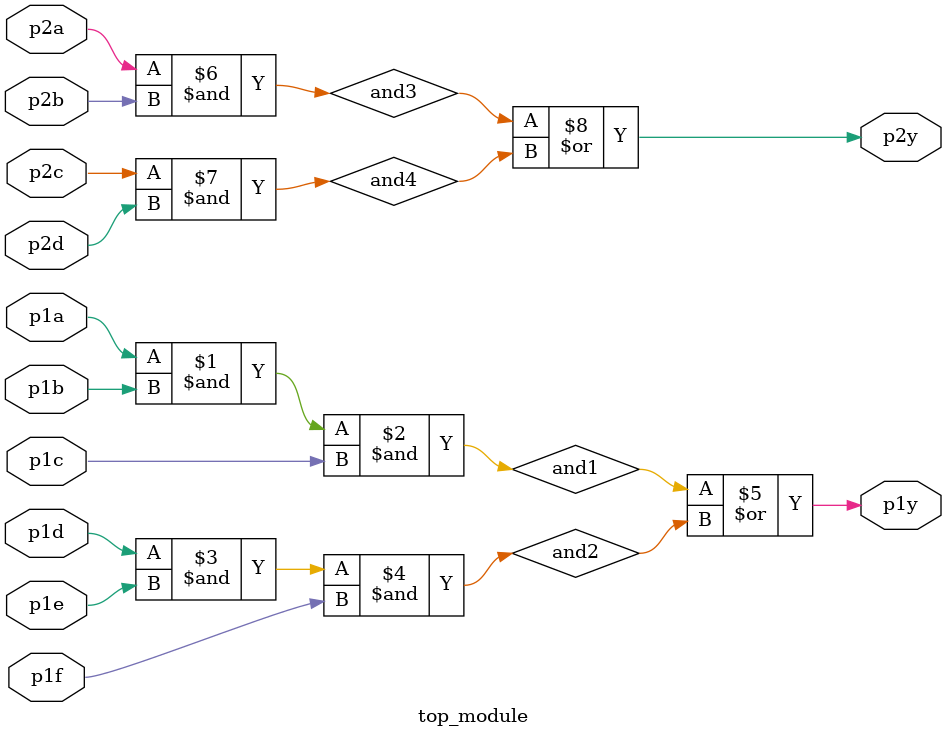
<source format=sv>
module top_module(
    input p1a, 
    input p1b, 
    input p1c, 
    input p1d,
    input p1e,
    input p1f,
    output p1y, 
    input p2a, 
    input p2b, 
    input p2c, 
    input p2d, 
    output p2y
);

    wire and1, and2, and3, and4;

    // First OR gate
    assign and1 = p1a & p1b & p1c;
    assign and2 = p1d & p1e & p1f;
    assign p1y = and1 | and2;

    // Second OR gate
    assign and3 = p2a & p2b;
    assign and4 = p2c & p2d;
    assign p2y = and3 | and4;

endmodule

</source>
